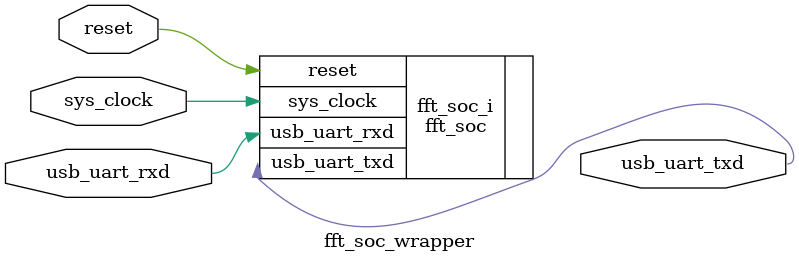
<source format=v>
`timescale 1 ps / 1 ps

module fft_soc_wrapper
   (reset,
    sys_clock,
    usb_uart_rxd,
    usb_uart_txd);
  input reset;
  input sys_clock;
  input usb_uart_rxd;
  output usb_uart_txd;

  wire reset;
  wire sys_clock;
  wire usb_uart_rxd;
  wire usb_uart_txd;

  fft_soc fft_soc_i
       (.reset(reset),
        .sys_clock(sys_clock),
        .usb_uart_rxd(usb_uart_rxd),
        .usb_uart_txd(usb_uart_txd));
endmodule

</source>
